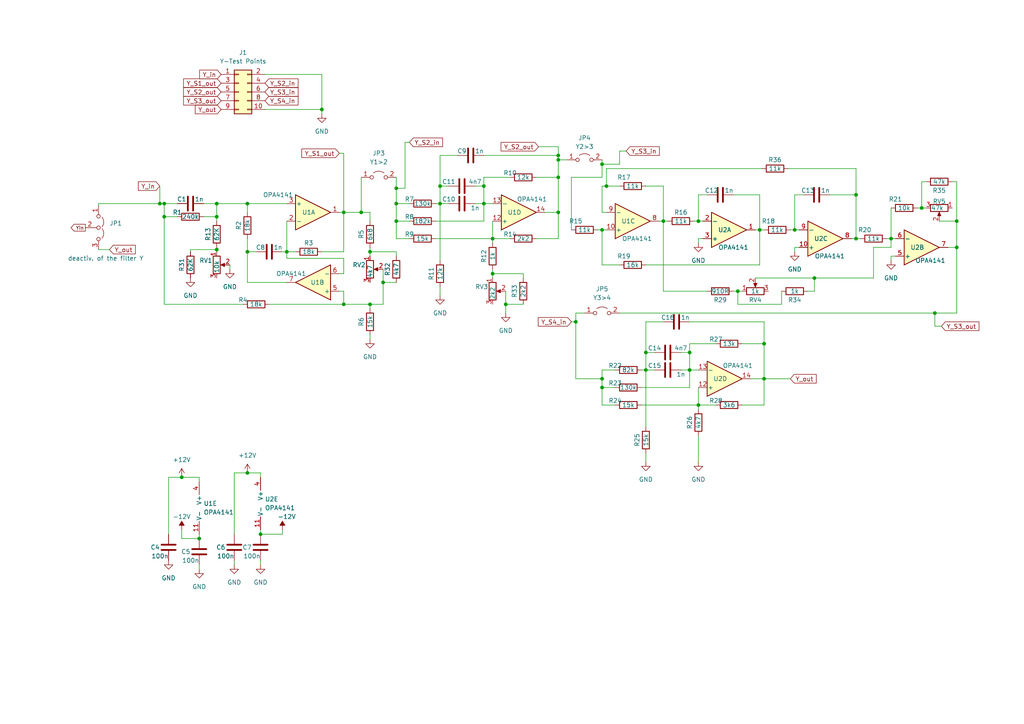
<source format=kicad_sch>
(kicad_sch (version 20230121) (generator eeschema)
  (paper "A4")
  (title_block (title "Y-Achse") (date "2023-09-07") (company "Universität zu Köln") (comment 1 "M.Ghanbari"))
  (lib_symbols
    (symbol "Amplifier_Operational:OPA4134" (pin_names (offset 0.127))
      (property "Reference" "U" (at 0 5.08 0))
      (property "Value" "OPA4134" (at 0 -5.08 0))
      (symbol "OPA4134_1_1"
        (pin output line (at 7.62 0 180) (length 2.54) (name "~") (number "1"))
        (pin input line (at -7.62 -2.54 0) (length 2.54) (name "-") (number "2"))
        (pin input line (at -7.62 2.54 0) (length 2.54) (name "+") (number "3"))
      )
      (symbol "OPA4134_2_1"
        (pin input line (at -7.62 2.54 0) (length 2.54) (name "+") (number "5"))
        (pin input line (at -7.62 -2.54 0) (length 2.54) (name "-") (number "6"))
        (pin output line (at 7.62 0 180) (length 2.54) (name "~") (number "7"))
      )
      (symbol "OPA4134_3_1"
        (pin input line (at -7.62 2.54 0) (length 2.54) (name "+") (number "10"))
        (pin output line (at 7.62 0 180) (length 2.54) (name "~") (number "8"))
        (pin input line (at -7.62 -2.54 0) (length 2.54) (name "-") (number "9"))
      )
      (symbol "OPA4134_4_1"
        (pin input line (at -7.62 2.54 0) (length 2.54) (name "+") (number "12"))
        (pin input line (at -7.62 -2.54 0) (length 2.54) (name "-") (number "13"))
        (pin output line (at 7.62 0 180) (length 2.54) (name "~") (number "14"))
      )
      (symbol "OPA4134_5_1"
        (pin power_in line (at -2.54 -7.62 90) (length 3.81) (name "V-") (number "11"))
        (pin power_in line (at -2.54 7.62 270) (length 3.81) (name "V+") (number "4"))
      )
    )
    (symbol "Connector_Generic:Conn_02x05_Odd_Even" (pin_names (offset 1.016) hide)
      (property "Reference" "J" (at 1.27 7.62 0))
      (property "Value" "Conn_02x05_Odd_Even" (at 1.27 -7.62 0))
      (symbol "Conn_02x05_Odd_Even_1_1"
        (pin passive line (at -5.08 5.08 0) (length 3.81) (name "Pin_1") (number "1"))
        (pin passive line (at 7.62 -5.08 180) (length 3.81) (name "Pin_10") (number "10"))
        (pin passive line (at 7.62 5.08 180) (length 3.81) (name "Pin_2") (number "2"))
        (pin passive line (at -5.08 2.54 0) (length 3.81) (name "Pin_3") (number "3"))
        (pin passive line (at 7.62 2.54 180) (length 3.81) (name "Pin_4") (number "4"))
        (pin passive line (at -5.08 0 0) (length 3.81) (name "Pin_5") (number "5"))
        (pin passive line (at 7.62 0 180) (length 3.81) (name "Pin_6") (number "6"))
        (pin passive line (at -5.08 -2.54 0) (length 3.81) (name "Pin_7") (number "7"))
        (pin passive line (at 7.62 -2.54 180) (length 3.81) (name "Pin_8") (number "8"))
        (pin passive line (at -5.08 -5.08 0) (length 3.81) (name "Pin_9") (number "9"))
      )
    )
    (symbol "Device:C" (pin_numbers hide) (pin_names (offset 0.254))
      (property "Reference" "C" (at 0.635 2.54 0))
      (property "Value" "C" (at 0.635 -2.54 0))
      (symbol "C_1_1"
        (pin passive line (at 0 3.81 270) (length 2.794) (name "~") (number "1"))
        (pin passive line (at 0 -3.81 90) (length 2.794) (name "~") (number "2"))
      )
    )
    (symbol "Device:R" (pin_numbers hide) (pin_names (offset 0))
      (property "Reference" "R" (at 2.032 0 90))
      (property "Value" "R" (at 0 0 90))
      (symbol "R_1_1"
        (pin passive line (at 0 3.81 270) (length 1.27) (name "~") (number "1"))
        (pin passive line (at 0 -3.81 90) (length 1.27) (name "~") (number "2"))
      )
    )
    (symbol "Device:R_Potentiometer" (pin_names (offset 1.016) hide)
      (property "Reference" "RV" (at -4.445 0 90))
      (property "Value" "R_Potentiometer" (at -2.54 0 90))
      (symbol "R_Potentiometer_1_1"
        (pin passive line (at 0 3.81 270) (length 1.27) (name "1") (number "1"))
        (pin passive line (at 3.81 0 180) (length 1.27) (name "2") (number "2"))
        (pin passive line (at 0 -3.81 90) (length 1.27) (name "3") (number "3"))
      )
    )
    (symbol "Jumper:Jumper_2_Open" (pin_names (offset 0) hide)
      (property "Reference" "JP" (at 0 2.794 0))
      (property "Value" "Jumper_2_Open" (at 0 -2.286 0))
      (symbol "Jumper_2_Open_1_1"
        (pin passive line (at -5.08 0 0) (length 2.54) (name "A") (number "1"))
        (pin passive line (at 5.08 0 180) (length 2.54) (name "B") (number "2"))
      )
    )
    (symbol "Jumper:Jumper_3_Open" (pin_names (offset 0) hide)
      (property "Reference" "JP" (at -2.54 -2.54 0))
      (property "Value" "Jumper_3_Open" (at 0 2.794 0))
      (symbol "Jumper_3_Open_1_1"
        (pin passive line (at -6.35 0 0) (length 2.54) (name "A") (number "1"))
        (pin passive line (at 0 -3.81 90) (length 2.54) (name "C") (number "2"))
        (pin passive line (at 6.35 0 180) (length 2.54) (name "B") (number "3"))
      )
    )
    (symbol "power:+12V" (power) (pin_names (offset 0))
      (property "Value" "+12V" (at 0 3.556 0))
      (symbol "+12V_1_1"
        (pin power_in line (at 0 0 90) (length 0) hide (name "+12V") (number "1"))
      )
    )
    (symbol "power:-12V" (power) (pin_names (offset 0))
      (property "Value" "-12V" (at 0 3.81 0))
      (symbol "-12V_0_0"
        (pin power_in line (at 0 0 90) (length 0) hide (name "-12V") (number "1"))
      )
    )
    (symbol "power:GND" (power) (pin_names (offset 0))
      (property "Value" "GND" (at 0 -3.81 0))
      (symbol "GND_1_1"
        (pin power_in line (at 0 0 270) (length 0) hide (name "GND") (number "1"))
      )
    )
  )
  (junction (at 47.625 62.865))
  (junction (at 175.895 53.975))
  (junction (at 202.565 117.475))
  (junction (at 93.345 31.75))
  (junction (at 220.345 66.675))
  (junction (at 174.625 47.625))
  (junction (at 104.775 61.595))
  (junction (at 146.685 88.265))
  (junction (at 71.755 73.025))
  (junction (at 167.005 93.345))
  (junction (at 114.935 64.135))
  (junction (at 75.565 154.94))
  (junction (at 140.335 59.055))
  (junction (at 161.925 61.595))
  (junction (at 142.875 79.375))
  (junction (at 200.025 102.235))
  (junction (at 277.495 71.755))
  (junction (at 267.335 60.325))
  (junction (at 62.865 62.865))
  (junction (at 127.635 59.055))
  (junction (at 187.325 102.235))
  (junction (at 187.325 107.315))
  (junction (at 111.125 81.915))
  (junction (at 174.625 66.675))
  (junction (at 57.785 156.21))
  (junction (at 46.355 59.055))
  (junction (at 71.755 137.16))
  (junction (at 52.705 138.43))
  (junction (at 62.865 72.39))
  (junction (at 248.285 69.215))
  (junction (at 47.625 59.055))
  (junction (at 200.025 107.315))
  (junction (at 213.995 84.455))
  (junction (at 161.925 46.355))
  (junction (at 248.285 56.515))
  (junction (at 258.445 69.215))
  (junction (at 114.935 54.61))
  (junction (at 142.875 69.215))
  (junction (at 230.505 66.675))
  (junction (at 161.925 45.085))
  (junction (at 99.695 61.595))
  (junction (at 62.865 59.055))
  (junction (at 99.695 88.265))
  (junction (at 221.615 109.855))
  (junction (at 174.625 109.855))
  (junction (at 221.615 99.695))
  (junction (at 83.185 73.025))
  (junction (at 202.565 64.135))
  (junction (at 277.495 64.135))
  (junction (at 192.405 64.135))
  (junction (at 127.635 53.975))
  (junction (at 107.315 73.025))
  (junction (at 140.335 53.975))
  (junction (at 114.935 59.055))
  (junction (at 236.22 80.645))
  (junction (at 107.315 88.265))
  (junction (at 271.145 90.805))
  (junction (at 71.755 59.055))
  (junction (at 174.625 112.395))
  (junction (at 161.925 51.435))
  (wire (pts (xy 55.245 73.025) (xy 55.245 72.39)))
  (wire (pts (xy 202.565 117.475) (xy 202.565 112.395)))
  (wire (pts (xy 220.345 76.835) (xy 220.345 66.675)))
  (wire (pts (xy 28.575 59.055) (xy 46.355 59.055)))
  (wire (pts (xy 202.565 117.475) (xy 202.565 118.745)))
  (wire (pts (xy 248.285 48.895) (xy 248.285 56.515)))
  (wire (pts (xy 273.05 94.615) (xy 271.145 94.615)))
  (wire (pts (xy 57.785 165.1) (xy 57.785 163.83)))
  (wire (pts (xy 107.315 88.265) (xy 107.315 89.535)))
  (wire (pts (xy 99.695 88.265) (xy 99.695 84.455)))
  (wire (pts (xy 161.925 45.085) (xy 161.925 46.355)))
  (wire (pts (xy 67.945 163.83) (xy 67.945 162.56)))
  (wire (pts (xy 47.625 88.265) (xy 47.625 62.865)))
  (wire (pts (xy 83.185 81.915) (xy 71.755 81.915)))
  (wire (pts (xy 230.505 66.675) (xy 231.775 66.675)))
  (wire (pts (xy 114.935 51.435) (xy 114.935 54.61)))
  (wire (pts (xy 114.935 54.61) (xy 114.935 59.055)))
  (wire (pts (xy 52.705 138.43) (xy 57.785 138.43)))
  (wire (pts (xy 142.875 69.215) (xy 142.875 64.135)))
  (wire (pts (xy 98.425 79.375) (xy 99.695 79.375)))
  (wire (pts (xy 175.895 48.895) (xy 175.895 53.975)))
  (wire (pts (xy 165.735 93.345) (xy 167.005 93.345)))
  (wire (pts (xy 258.445 69.215) (xy 259.715 69.215)))
  (wire (pts (xy 132.715 45.085) (xy 127.635 45.085)))
  (wire (pts (xy 99.695 44.45) (xy 99.695 61.595)))
  (wire (pts (xy 219.075 66.675) (xy 220.345 66.675)))
  (wire (pts (xy 186.055 117.475) (xy 202.565 117.475)))
  (wire (pts (xy 118.745 41.275) (xy 117.475 41.275)))
  (wire (pts (xy 200.025 99.695) (xy 200.025 102.235)))
  (wire (pts (xy 137.795 59.055) (xy 140.335 59.055)))
  (wire (pts (xy 181.61 43.815) (xy 179.705 43.815)))
  (wire (pts (xy 28.575 59.69) (xy 28.575 59.055)))
  (wire (pts (xy 174.625 117.475) (xy 174.625 112.395)))
  (wire (pts (xy 240.665 56.515) (xy 248.285 56.515)))
  (wire (pts (xy 207.645 99.695) (xy 200.025 99.695)))
  (wire (pts (xy 151.765 80.645) (xy 151.765 79.375)))
  (wire (pts (xy 174.625 61.595) (xy 175.895 61.595)))
  (wire (pts (xy 126.365 69.215) (xy 142.875 69.215)))
  (wire (pts (xy 165.735 51.435) (xy 165.735 66.675)))
  (wire (pts (xy 93.345 31.75) (xy 93.345 33.02)))
  (wire (pts (xy 212.725 84.455) (xy 213.995 84.455)))
  (wire (pts (xy 52.705 153.67) (xy 52.705 156.21)))
  (wire (pts (xy 205.105 56.515) (xy 202.565 56.515)))
  (wire (pts (xy 230.505 56.515) (xy 230.505 66.675)))
  (wire (pts (xy 155.575 51.435) (xy 161.925 51.435)))
  (wire (pts (xy 142.875 69.215) (xy 142.875 70.485)))
  (wire (pts (xy 228.6 48.895) (xy 248.285 48.895)))
  (wire (pts (xy 57.785 154.94) (xy 57.785 156.21)))
  (wire (pts (xy 221.615 99.695) (xy 221.615 109.855)))
  (wire (pts (xy 75.565 137.16) (xy 75.565 138.43)))
  (wire (pts (xy 271.145 90.805) (xy 277.495 90.805)))
  (wire (pts (xy 93.345 21.59) (xy 93.345 31.75)))
  (wire (pts (xy 146.685 88.265) (xy 151.765 88.265)))
  (wire (pts (xy 48.895 138.43) (xy 48.895 154.94)))
  (wire (pts (xy 202.565 69.215) (xy 203.835 69.215)))
  (wire (pts (xy 52.705 156.21) (xy 57.785 156.21)))
  (wire (pts (xy 59.055 62.865) (xy 62.865 62.865)))
  (wire (pts (xy 127.635 45.085) (xy 127.635 53.975)))
  (wire (pts (xy 268.605 52.705) (xy 267.335 52.705)))
  (wire (pts (xy 98.425 61.595) (xy 99.695 61.595)))
  (wire (pts (xy 111.125 81.915) (xy 114.935 81.915)))
  (wire (pts (xy 266.065 60.325) (xy 267.335 60.325)))
  (wire (pts (xy 187.325 93.345) (xy 187.325 102.235)))
  (wire (pts (xy 226.695 88.265) (xy 213.995 88.265)))
  (wire (pts (xy 75.565 163.83) (xy 75.565 162.56)))
  (wire (pts (xy 62.865 62.865) (xy 62.865 64.135)))
  (wire (pts (xy 137.795 53.975) (xy 140.335 53.975)))
  (wire (pts (xy 47.625 62.865) (xy 47.625 59.055)))
  (wire (pts (xy 161.925 46.355) (xy 161.925 51.435)))
  (wire (pts (xy 99.695 74.93) (xy 83.185 74.93)))
  (wire (pts (xy 167.005 93.345) (xy 167.005 109.855)))
  (wire (pts (xy 98.425 44.45) (xy 99.695 44.45)))
  (wire (pts (xy 76.835 21.59) (xy 93.345 21.59)))
  (wire (pts (xy 221.615 109.855) (xy 229.235 109.855)))
  (wire (pts (xy 187.325 102.235) (xy 187.325 107.315)))
  (wire (pts (xy 114.935 69.215) (xy 114.935 64.135)))
  (wire (pts (xy 127.635 83.185) (xy 127.635 85.725)))
  (wire (pts (xy 201.295 64.135) (xy 202.565 64.135)))
  (wire (pts (xy 174.625 112.395) (xy 178.435 112.395)))
  (wire (pts (xy 179.705 76.835) (xy 174.625 76.835)))
  (wire (pts (xy 71.755 59.055) (xy 71.755 61.595)))
  (wire (pts (xy 248.285 69.215) (xy 249.555 69.215)))
  (wire (pts (xy 151.765 79.375) (xy 142.875 79.375)))
  (wire (pts (xy 127.635 53.975) (xy 127.635 59.055)))
  (wire (pts (xy 62.865 62.865) (xy 62.865 59.055)))
  (wire (pts (xy 71.755 81.915) (xy 71.755 73.025)))
  (wire (pts (xy 277.495 52.705) (xy 277.495 64.135)))
  (wire (pts (xy 117.475 41.275) (xy 117.475 54.61)))
  (wire (pts (xy 127.635 53.975) (xy 130.175 53.975)))
  (wire (pts (xy 175.895 53.975) (xy 174.625 53.975)))
  (wire (pts (xy 277.495 64.135) (xy 277.495 71.755)))
  (wire (pts (xy 187.325 53.975) (xy 192.405 53.975)))
  (wire (pts (xy 126.365 59.055) (xy 127.635 59.055)))
  (wire (pts (xy 83.185 64.135) (xy 83.185 73.025)))
  (wire (pts (xy 226.695 84.455) (xy 226.695 88.265)))
  (wire (pts (xy 66.675 76.835) (xy 66.675 78.105)))
  (wire (pts (xy 99.695 61.595) (xy 99.695 73.025)))
  (wire (pts (xy 174.625 109.855) (xy 167.005 109.855)))
  (wire (pts (xy 167.005 90.805) (xy 167.005 93.345)))
  (wire (pts (xy 213.995 84.455) (xy 215.265 84.455)))
  (wire (pts (xy 187.325 76.835) (xy 220.345 76.835)))
  (wire (pts (xy 147.955 51.435) (xy 140.335 51.435)))
  (wire (pts (xy 98.425 84.455) (xy 99.695 84.455)))
  (wire (pts (xy 161.925 61.595) (xy 158.115 61.595)))
  (wire (pts (xy 277.495 71.755) (xy 274.955 71.755)))
  (wire (pts (xy 161.925 42.545) (xy 161.925 45.085)))
  (wire (pts (xy 215.265 99.695) (xy 221.615 99.695)))
  (wire (pts (xy 76.835 31.75) (xy 93.345 31.75)))
  (wire (pts (xy 248.285 69.215) (xy 247.015 69.215)))
  (wire (pts (xy 257.175 69.215) (xy 258.445 69.215)))
  (wire (pts (xy 236.22 84.455) (xy 236.22 80.645)))
  (wire (pts (xy 75.565 153.67) (xy 75.565 154.94)))
  (wire (pts (xy 202.565 64.135) (xy 203.835 64.135)))
  (wire (pts (xy 174.625 51.435) (xy 165.735 51.435)))
  (wire (pts (xy 174.625 46.355) (xy 174.625 47.625)))
  (wire (pts (xy 140.335 45.085) (xy 161.925 45.085)))
  (wire (pts (xy 48.895 138.43) (xy 52.705 138.43)))
  (wire (pts (xy 221.615 93.345) (xy 221.615 99.695)))
  (wire (pts (xy 192.405 64.135) (xy 193.675 64.135)))
  (wire (pts (xy 277.495 71.755) (xy 277.495 90.805)))
  (wire (pts (xy 167.005 90.805) (xy 169.545 90.805)))
  (wire (pts (xy 178.435 117.475) (xy 174.625 117.475)))
  (wire (pts (xy 187.325 107.315) (xy 187.325 123.825)))
  (wire (pts (xy 220.345 56.515) (xy 220.345 66.675)))
  (wire (pts (xy 104.775 61.595) (xy 107.315 61.595)))
  (wire (pts (xy 174.625 47.625) (xy 174.625 51.435)))
  (wire (pts (xy 127.635 59.055) (xy 130.175 59.055)))
  (wire (pts (xy 267.335 60.325) (xy 268.605 60.325)))
  (wire (pts (xy 192.405 93.345) (xy 187.325 93.345)))
  (wire (pts (xy 140.335 64.135) (xy 140.335 59.055)))
  (wire (pts (xy 114.935 74.295) (xy 114.935 73.025)))
  (wire (pts (xy 74.295 73.025) (xy 71.755 73.025)))
  (wire (pts (xy 186.055 107.315) (xy 187.325 107.315)))
  (wire (pts (xy 272.415 64.135) (xy 277.495 64.135)))
  (wire (pts (xy 155.575 69.215) (xy 161.925 69.215)))
  (wire (pts (xy 178.435 107.315) (xy 174.625 107.315)))
  (wire (pts (xy 187.325 102.235) (xy 189.865 102.235)))
  (wire (pts (xy 173.355 66.675) (xy 174.625 66.675)))
  (wire (pts (xy 161.925 69.215) (xy 161.925 61.595)))
  (wire (pts (xy 111.125 88.265) (xy 107.315 88.265)))
  (wire (pts (xy 191.135 64.135) (xy 192.405 64.135)))
  (wire (pts (xy 205.105 84.455) (xy 192.405 84.455)))
  (wire (pts (xy 62.865 72.39) (xy 62.865 73.025)))
  (wire (pts (xy 142.875 69.215) (xy 147.955 69.215)))
  (wire (pts (xy 215.265 117.475) (xy 221.615 117.475)))
  (wire (pts (xy 117.475 54.61) (xy 114.935 54.61)))
  (wire (pts (xy 161.925 51.435) (xy 161.925 61.595)))
  (wire (pts (xy 107.315 97.155) (xy 107.315 98.425)))
  (wire (pts (xy 47.625 59.055) (xy 51.435 59.055)))
  (wire (pts (xy 174.625 66.675) (xy 175.895 66.675)))
  (wire (pts (xy 67.945 137.16) (xy 67.945 154.94)))
  (wire (pts (xy 186.055 112.395) (xy 200.025 112.395)))
  (wire (pts (xy 46.355 59.055) (xy 47.625 59.055)))
  (wire (pts (xy 71.755 59.055) (xy 83.185 59.055)))
  (wire (pts (xy 81.915 154.94) (xy 75.565 154.94)))
  (wire (pts (xy 51.435 62.865) (xy 47.625 62.865)))
  (wire (pts (xy 78.105 88.265) (xy 99.695 88.265)))
  (wire (pts (xy 114.935 64.135) (xy 118.745 64.135)))
  (wire (pts (xy 174.625 107.315) (xy 174.625 109.855)))
  (wire (pts (xy 271.145 94.615) (xy 271.145 90.805)))
  (wire (pts (xy 142.875 78.105) (xy 142.875 79.375)))
  (wire (pts (xy 83.185 73.025) (xy 81.915 73.025)))
  (wire (pts (xy 202.565 70.485) (xy 202.565 69.215)))
  (wire (pts (xy 200.025 112.395) (xy 200.025 107.315)))
  (wire (pts (xy 197.485 107.315) (xy 200.025 107.315)))
  (wire (pts (xy 230.505 73.025) (xy 230.505 71.755)))
  (wire (pts (xy 62.865 59.055) (xy 71.755 59.055)))
  (wire (pts (xy 258.445 60.325) (xy 258.445 69.215)))
  (wire (pts (xy 126.365 64.135) (xy 140.335 64.135)))
  (wire (pts (xy 187.325 131.445) (xy 187.325 133.985)))
  (wire (pts (xy 229.235 66.675) (xy 230.505 66.675)))
  (wire (pts (xy 258.445 75.565) (xy 258.445 74.295)))
  (wire (pts (xy 71.755 137.16) (xy 67.945 137.16)))
  (wire (pts (xy 220.345 66.675) (xy 221.615 66.675)))
  (wire (pts (xy 212.725 56.515) (xy 220.345 56.515)))
  (wire (pts (xy 192.405 53.975) (xy 192.405 64.135)))
  (wire (pts (xy 230.505 71.755) (xy 231.775 71.755)))
  (wire (pts (xy 140.335 53.975) (xy 140.335 59.055)))
  (wire (pts (xy 197.485 102.235) (xy 200.025 102.235)))
  (wire (pts (xy 202.565 126.365) (xy 202.565 133.985)))
  (wire (pts (xy 55.245 72.39) (xy 62.865 72.39)))
  (wire (pts (xy 140.335 59.055) (xy 142.875 59.055)))
  (wire (pts (xy 99.695 61.595) (xy 104.775 61.595)))
  (wire (pts (xy 187.325 107.315) (xy 189.865 107.315)))
  (wire (pts (xy 179.705 43.815) (xy 179.705 47.625)))
  (wire (pts (xy 118.745 69.215) (xy 114.935 69.215)))
  (wire (pts (xy 114.935 59.055) (xy 118.745 59.055)))
  (wire (pts (xy 107.315 88.265) (xy 99.695 88.265)))
  (wire (pts (xy 200.025 93.345) (xy 221.615 93.345)))
  (wire (pts (xy 192.405 84.455) (xy 192.405 64.135)))
  (wire (pts (xy 234.315 84.455) (xy 236.22 84.455)))
  (wire (pts (xy 253.365 71.755) (xy 258.445 71.755)))
  (wire (pts (xy 233.045 56.515) (xy 230.505 56.515)))
  (wire (pts (xy 107.315 64.135) (xy 107.315 61.595)))
  (wire (pts (xy 156.21 42.545) (xy 161.925 42.545)))
  (wire (pts (xy 146.685 88.265) (xy 146.685 90.805)))
  (wire (pts (xy 258.445 74.295) (xy 259.715 74.295)))
  (wire (pts (xy 81.915 153.67) (xy 81.915 154.94)))
  (wire (pts (xy 114.935 59.055) (xy 114.935 64.135)))
  (wire (pts (xy 62.865 71.755) (xy 62.865 72.39)))
  (wire (pts (xy 258.445 71.755) (xy 258.445 69.215)))
  (wire (pts (xy 142.875 79.375) (xy 142.875 80.645)))
  (wire (pts (xy 127.635 59.055) (xy 127.635 75.565)))
  (wire (pts (xy 104.775 51.435) (xy 104.775 61.595)))
  (wire (pts (xy 236.22 80.645) (xy 253.365 80.645)))
  (wire (pts (xy 57.785 138.43) (xy 57.785 139.7)))
  (wire (pts (xy 161.925 46.355) (xy 164.465 46.355)))
  (wire (pts (xy 111.125 78.105) (xy 111.125 81.915)))
  (wire (pts (xy 28.575 72.39) (xy 31.75 72.39)))
  (wire (pts (xy 59.055 59.055) (xy 62.865 59.055)))
  (wire (pts (xy 179.705 53.975) (xy 175.895 53.975)))
  (wire (pts (xy 175.895 48.895) (xy 220.98 48.895)))
  (wire (pts (xy 107.315 73.025) (xy 114.935 73.025)))
  (wire (pts (xy 213.995 88.265) (xy 213.995 84.455)))
  (wire (pts (xy 70.485 88.265) (xy 47.625 88.265)))
  (wire (pts (xy 71.755 73.025) (xy 71.755 69.215)))
  (wire (pts (xy 179.705 90.805) (xy 271.145 90.805)))
  (wire (pts (xy 99.695 79.375) (xy 99.695 74.93)))
  (wire (pts (xy 179.705 47.625) (xy 174.625 47.625)))
  (wire (pts (xy 146.685 84.455) (xy 146.685 88.265)))
  (wire (pts (xy 221.615 109.855) (xy 217.805 109.855)))
  (wire (pts (xy 221.615 117.475) (xy 221.615 109.855)))
  (wire (pts (xy 253.365 80.645) (xy 253.365 71.755)))
  (wire (pts (xy 248.285 56.515) (xy 248.285 69.215)))
  (wire (pts (xy 75.565 137.16) (xy 71.755 137.16)))
  (wire (pts (xy 46.355 53.975) (xy 46.355 59.055)))
  (wire (pts (xy 174.625 76.835) (xy 174.625 66.675)))
  (wire (pts (xy 267.335 52.705) (xy 267.335 60.325)))
  (wire (pts (xy 200.025 102.235) (xy 200.025 107.315)))
  (wire (pts (xy 174.625 53.975) (xy 174.625 61.595)))
  (wire (pts (xy 83.185 74.93) (xy 83.185 73.025)))
  (wire (pts (xy 276.225 52.705) (xy 277.495 52.705)))
  (wire (pts (xy 111.125 81.915) (xy 111.125 88.265)))
  (wire (pts (xy 202.565 117.475) (xy 207.645 117.475)))
  (wire (pts (xy 107.315 73.025) (xy 107.315 74.295)))
  (wire (pts (xy 174.625 112.395) (xy 174.625 109.855)))
  (wire (pts (xy 219.075 80.645) (xy 236.22 80.645)))
  (wire (pts (xy 140.335 51.435) (xy 140.335 53.975)))
  (wire (pts (xy 93.345 73.025) (xy 99.695 73.025)))
  (wire (pts (xy 107.315 71.755) (xy 107.315 73.025)))
  (wire (pts (xy 202.565 56.515) (xy 202.565 64.135)))
  (wire (pts (xy 83.185 73.025) (xy 85.725 73.025)))
  (wire (pts (xy 200.025 107.315) (xy 202.565 107.315)))
  (global_label "Y_S3_in" (shape input) (at 181.61 43.815 0) (property "Intersheetrefs" "${INTERSHEET_REFS}" (effects hide)))
  (global_label "Y_in" (shape input) (at 46.355 53.975 180) (property "Intersheetrefs" "${INTERSHEET_REFS}" (effects hide)))
  (global_label "Y_out" (shape input) (at 31.75 72.39 0) (property "Intersheetrefs" "${INTERSHEET_REFS}" (effects hide)))
  (global_label "Y_S3_out" (shape input) (at 273.05 94.615 0) (property "Intersheetrefs" "${INTERSHEET_REFS}" (effects hide)))
  (global_label "Y_S4_in" (shape input) (at 76.835 29.21 0) (property "Intersheetrefs" "${INTERSHEET_REFS}" (effects hide)))
  (global_label "Y_S3_out" (shape input) (at 64.135 29.21 180) (property "Intersheetrefs" "${INTERSHEET_REFS}" (effects hide)))
  (global_label "Y_out" (shape input) (at 229.235 109.855 0) (property "Intersheetrefs" "${INTERSHEET_REFS}" (effects hide)))
  (global_label "Y_S1_out" (shape input) (at 64.135 24.13 180) (property "Intersheetrefs" "${INTERSHEET_REFS}" (effects hide)))
  (global_label "Y_S2_out" (shape input) (at 156.21 42.545 180) (property "Intersheetrefs" "${INTERSHEET_REFS}" (effects hide)))
  (global_label "Y_S3_in" (shape input) (at 76.835 26.67 0) (property "Intersheetrefs" "${INTERSHEET_REFS}" (effects hide)))
  (global_label "Y_S2_out" (shape input) (at 64.135 26.67 180) (property "Intersheetrefs" "${INTERSHEET_REFS}" (effects hide)))
  (global_label "Y_S2_in" (shape input) (at 118.745 41.275 0) (property "Intersheetrefs" "${INTERSHEET_REFS}" (effects hide)))
  (global_label "Y_in" (shape input) (at 64.135 21.59 180) (property "Intersheetrefs" "${INTERSHEET_REFS}" (effects hide)))
  (global_label "Y_S1_out" (shape input) (at 98.425 44.45 180) (property "Intersheetrefs" "${INTERSHEET_REFS}" (effects hide)))
  (global_label "Y_S2_in" (shape input) (at 76.835 24.13 0) (property "Intersheetrefs" "${INTERSHEET_REFS}" (effects hide)))
  (global_label "Y_S4_in" (shape input) (at 165.735 93.345 180) (property "Intersheetrefs" "${INTERSHEET_REFS}" (effects hide)))
  (global_label "Yin" (shape output) (at 24.765 66.04 180) (effects (font (size 1 1))) (property "Intersheetrefs" "${INTERSHEET_REFS}" (effects hide)))
  (global_label "Y_out" (shape input) (at 64.135 31.75 180) (property "Intersheetrefs" "${INTERSHEET_REFS}" (effects hide)))
  (symbol (lib_id "power:GND") (at 66.675 78.105 0) (unit 1)
    (property "Reference" "#PWR018" (effects hide))
    (property "Value" "GND" (at 66.675 83.185 0))
    (instances (project "MEMS Filter" (path "" (reference "#PWR018") (unit 1)) (path "" (reference "#PWR044") (unit 1))))
  )
  (symbol (lib_id "Device:R_Potentiometer") (at 62.865 76.835 0) (unit 1)
    (property "Reference" "RV1" (at 61.595 75.565 0) (effects (justify right)))
    (property "Value" "10k" (at 62.865 75.565 90) (effects (justify right)))
    (property "Footprint" "Potentiometer_THT:Potentiometer_Bourns_3296Y_Vertical" (effects hide))
    (instances (project "MEMS Filter" (path "" (reference "RV1") (unit 1)) (path "" (reference "RV6") (unit 1))))
  )
  (symbol (lib_id "Jumper:Jumper_3_Open") (at 28.575 66.04 270) (unit 1)
    (property "Reference" "JP1" (at 31.75 64.77 90) (effects (justify left)))
    (property "Value" "deactiv. of the filter Y" (at 19.685 74.93 90) (effects (justify left)))
    (property "Footprint" "Jumper:SolderJumper-3_P1.3mm_Open_Pad1.0x1.5mm" (effects hide))
    (instances (project "MEMS Filter" (path "" (reference "JP1") (unit 1)) (path "" (reference "JP2") (unit 1))))
  )
  (symbol (lib_id "Device:R_Potentiometer") (at 219.075 84.455 90) (unit 1)
    (property "Reference" "RV4" (at 217.17 86.995 90) (effects (justify right)))
    (property "Value" "1k" (at 217.805 84.455 90) (effects (justify right)))
    (property "Footprint" "Potentiometer_THT:Potentiometer_Bourns_3296Y_Vertical" (effects hide))
    (instances (project "MEMS Filter" (path "" (reference "RV4") (unit 1)) (path "" (reference "RV9") (unit 1))))
  )
  (symbol (lib_id "Device:R") (at 114.935 78.105 180) (unit 1)
    (property "Reference" "R32" (at 112.395 78.105 90))
    (property "Value" "4k7" (at 114.935 78.105 90))
    (property "Footprint" "Resistor_SMD:R_0805_2012Metric_Pad1.20x1.40mm_HandSolder" (effects hide))
    (instances (project "MEMS Filter" (path "" (reference "R32") (unit 1)) (path "" (reference "R45") (unit 1))))
  )
  (symbol (lib_id "Device:C") (at 78.105 73.025 90) (unit 1)
    (property "Reference" "C8" (at 75.565 71.755 90))
    (property "Value" "1n" (at 80.645 71.755 90))
    (property "Footprint" "Capacitor_SMD:C_0603_1608Metric_Pad1.08x0.95mm_HandSolder" (effects hide))
    (instances (project "MEMS Filter" (path "" (reference "C8") (unit 1)) (path "" (reference "C19") (unit 1))))
  )
  (symbol (lib_id "Device:R") (at 262.255 60.325 90) (unit 1)
    (property "Reference" "R21" (at 259.715 57.785 90))
    (property "Value" "10k" (at 262.255 60.325 90))
    (property "Footprint" "Resistor_SMD:R_0805_2012Metric_Pad1.20x1.40mm_HandSolder" (effects hide))
    (instances (project "MEMS Filter" (path "" (reference "R21") (unit 1)) (path "" (reference "R70") (unit 1))))
  )
  (symbol (lib_id "Device:R") (at 211.455 117.475 90) (unit 1)
    (property "Reference" "R28" (at 207.645 116.205 90))
    (property "Value" "3k6" (at 211.455 117.475 90))
    (property "Footprint" "Resistor_SMD:R_0805_2012Metric_Pad1.20x1.40mm_HandSolder" (effects hide))
    (instances (project "MEMS Filter" (path "" (reference "R28") (unit 1)) (path "" (reference "R65") (unit 1))))
  )
  (symbol (lib_id "Device:R") (at 183.515 53.975 90) (unit 1)
    (property "Reference" "R17" (at 180.975 51.435 90))
    (property "Value" "11k" (at 183.515 53.975 90))
    (property "Footprint" "Resistor_SMD:R_0805_2012Metric_Pad1.20x1.40mm_HandSolder" (effects hide))
    (instances (project "MEMS Filter" (path "" (reference "R17") (unit 1)) (path "" (reference "R58") (unit 1))))
  )
  (symbol (lib_id "Amplifier_Operational:OPA4134") (at 60.325 147.32 0) (unit 5)
    (property "Reference" "U1" (at 59.055 146.05 0) (effects (justify left)))
    (property "Value" "OPA4141" (at 59.055 148.59 0) (effects (justify left)))
    (property "Footprint" "Package_SO:TSSOP-14_4.4x5mm_P0.65mm" (effects hide))
    (property "Datasheet" "http://www.ti.com/lit/ds/symlink/opa134.pdf" (effects hide))
    (instances (project "MEMS Filter" (path "" (reference "U1") (unit 5)) (path "" (reference "U3") (unit 5))))
  )
  (symbol (lib_id "Device:R") (at 208.915 84.455 270) (unit 1)
    (property "Reference" "R29" (at 208.915 86.995 90))
    (property "Value" "910R" (at 208.915 84.455 90))
    (property "Footprint" "Resistor_SMD:R_0805_2012Metric_Pad1.20x1.40mm_HandSolder" (effects hide))
    (instances (project "MEMS Filter" (path "" (reference "R29") (unit 1)) (path "" (reference "R63") (unit 1))))
  )
  (symbol (lib_id "Device:R_Potentiometer") (at 142.875 84.455 0) (unit 1)
    (property "Reference" "RV3" (at 141.605 83.185 0) (effects (justify right)))
    (property "Value" "2k2" (at 142.875 83.185 90) (effects (justify right)))
    (property "Footprint" "Potentiometer_THT:Potentiometer_Bourns_3296Y_Vertical" (effects hide))
    (instances (project "MEMS Filter" (path "" (reference "RV3") (unit 1)) (path "" (reference "RV8") (unit 1))))
  )
  (symbol (lib_id "Device:C") (at 136.525 45.085 90) (unit 1)
    (property "Reference" "C9" (at 133.985 43.815 90))
    (property "Value" "1n" (at 139.065 43.815 90))
    (property "Footprint" "Capacitor_SMD:C_0603_1608Metric_Pad1.08x0.95mm_HandSolder" (effects hide))
    (instances (project "MEMS Filter" (path "" (reference "C9") (unit 1)) (path "" (reference "C22") (unit 1))))
  )
  (symbol (lib_id "power:+12V") (at 52.705 138.43 0) (unit 1)
    (property "Reference" "#PWR029" (effects hide))
    (property "Value" "+12V" (at 52.705 133.35 0))
    (instances (project "MEMS Filter" (path "" (reference "#PWR029") (unit 1)) (path "" (reference "#PWR054") (unit 1))))
  )
  (symbol (lib_id "Device:C") (at 67.945 158.75 0) (mirror x) (unit 1)
    (property "Reference" "C6" (at 65.405 158.75 0) (effects (justify right)))
    (property "Value" "100n" (at 67.945 161.29 0) (effects (justify right)))
    (property "Footprint" "Capacitor_SMD:C_0805_2012Metric_Pad1.18x1.45mm_HandSolder" (effects hide))
    (instances (project "MEMS Filter" (path "" (reference "C6") (unit 1)) (path "" (reference "C30") (unit 1))))
  )
  (symbol (lib_id "power:GND") (at 127.635 85.725 0) (unit 1)
    (property "Reference" "#PWR020" (effects hide))
    (property "Value" "GND" (at 127.635 90.805 0))
    (instances (project "MEMS Filter" (path "" (reference "#PWR020") (unit 1)) (path "" (reference "#PWR046") (unit 1))))
  )
  (symbol (lib_id "Device:C") (at 236.855 56.515 90) (unit 1)
    (property "Reference" "C13" (at 234.315 55.245 90))
    (property "Value" "1n" (at 239.395 55.245 90))
    (property "Footprint" "Capacitor_SMD:C_0603_1608Metric_Pad1.08x0.95mm_HandSolder" (effects hide))
    (instances (project "MEMS Filter" (path "" (reference "C13") (unit 1)) (path "" (reference "C27") (unit 1))))
  )
  (symbol (lib_id "Device:R") (at 169.545 66.675 90) (unit 1)
    (property "Reference" "R15" (at 167.005 64.135 90))
    (property "Value" "11k" (at 169.545 66.675 90))
    (property "Footprint" "Resistor_SMD:R_0805_2012Metric_Pad1.20x1.40mm_HandSolder" (effects hide))
    (instances (project "MEMS Filter" (path "" (reference "R15") (unit 1)) (path "" (reference "R54") (unit 1))))
  )
  (symbol (lib_id "Amplifier_Operational:OPA4134") (at 239.395 69.215 0) (mirror x) (unit 3)
    (property "Reference" "U2" (at 238.125 69.215 0))
    (property "Value" "OPA4141" (at 240.665 74.295 0))
    (property "Footprint" "Package_SO:TSSOP-14_4.4x5mm_P0.65mm" (effects hide))
    (property "Datasheet" "http://www.ti.com/lit/ds/symlink/opa134.pdf" (effects hide))
    (instances (project "MEMS Filter" (path "" (reference "U2") (unit 3)) (path "" (reference "U4") (unit 3))))
  )
  (symbol (lib_id "Device:R") (at 183.515 76.835 90) (unit 1)
    (property "Reference" "R19" (at 180.975 74.295 90))
    (property "Value" "16k" (at 183.515 76.835 90))
    (property "Footprint" "Resistor_SMD:R_0805_2012Metric_Pad1.20x1.40mm_HandSolder" (effects hide))
    (instances (project "MEMS Filter" (path "" (reference "R19") (unit 1)) (path "" (reference "R59") (unit 1))))
  )
  (symbol (lib_id "Device:C") (at 133.985 59.055 90) (unit 1)
    (property "Reference" "C10" (at 130.175 57.785 90))
    (property "Value" "1n" (at 137.795 60.325 90))
    (property "Footprint" "Capacitor_SMD:C_0603_1608Metric_Pad1.08x0.95mm_HandSolder" (effects hide))
    (instances (project "MEMS Filter" (path "" (reference "C10") (unit 1)) (path "" (reference "C21") (unit 1))))
  )
  (symbol (lib_id "Device:C") (at 208.915 56.515 90) (unit 1)
    (property "Reference" "C12" (at 206.375 55.245 90))
    (property "Value" "1n" (at 211.455 55.245 90))
    (property "Footprint" "Capacitor_SMD:C_0603_1608Metric_Pad1.08x0.95mm_HandSolder" (effects hide))
    (instances (project "MEMS Filter" (path "" (reference "C12") (unit 1)) (path "" (reference "C26") (unit 1))))
  )
  (symbol (lib_id "power:GND") (at 202.565 70.485 0) (unit 1)
    (property "Reference" "#PWR022" (effects hide))
    (property "Value" "GND" (at 202.565 75.565 0))
    (instances (project "MEMS Filter" (path "" (reference "#PWR022") (unit 1)) (path "" (reference "#PWR049") (unit 1))))
  )
  (symbol (lib_id "Device:R") (at 74.295 88.265 90) (unit 1)
    (property "Reference" "R4" (at 70.485 86.995 90))
    (property "Value" "18k" (at 74.295 88.265 90))
    (property "Footprint" "Resistor_SMD:R_0805_2012Metric_Pad1.20x1.40mm_HandSolder" (effects hide))
    (instances (project "MEMS Filter" (path "" (reference "R4") (unit 1)) (path "" (reference "R41") (unit 1))))
  )
  (symbol (lib_id "power:GND") (at 55.245 80.645 0) (unit 1)
    (property "Reference" "#PWR033" (effects hide))
    (property "Value" "GND" (at 55.245 85.725 0))
    (instances (project "MEMS Filter" (path "" (reference "#PWR033") (unit 1)) (path "" (reference "#PWR043") (unit 1))))
  )
  (symbol (lib_id "Device:R") (at 151.765 51.435 90) (unit 1)
    (property "Reference" "R10" (at 147.955 50.165 90))
    (property "Value" "12k" (at 151.765 51.435 90))
    (property "Footprint" "Resistor_SMD:R_0805_2012Metric_Pad1.20x1.40mm_HandSolder" (effects hide))
    (instances (project "MEMS Filter" (path "" (reference "R10") (unit 1)) (path "" (reference "R51") (unit 1))))
  )
  (symbol (lib_id "Device:R") (at 89.535 73.025 90) (unit 1)
    (property "Reference" "R3" (at 89.535 70.485 90))
    (property "Value" "18k" (at 89.535 73.025 90))
    (property "Footprint" "Resistor_SMD:R_0805_2012Metric_Pad1.20x1.40mm_HandSolder" (effects hide))
    (instances (project "MEMS Filter" (path "" (reference "R3") (unit 1)) (path "" (reference "R42") (unit 1))))
  )
  (symbol (lib_id "power:-12V") (at 81.915 153.67 0) (unit 1)
    (property "Reference" "#PWR031" (effects hide))
    (property "Value" "-12V" (at 83.185 149.86 0))
    (instances (project "MEMS Filter" (path "" (reference "#PWR031") (unit 1)) (path "" (reference "#PWR060") (unit 1))))
  )
  (symbol (lib_id "Device:R") (at 71.755 65.405 180) (unit 1)
    (property "Reference" "R2" (at 69.215 65.405 90))
    (property "Value" "18k" (at 71.755 65.405 90))
    (property "Footprint" "Resistor_SMD:R_0805_2012Metric_Pad1.20x1.40mm_HandSolder" (effects hide))
    (instances (project "MEMS Filter" (path "" (reference "R2") (unit 1)) (path "" (reference "R40") (unit 1))))
  )
  (symbol (lib_id "power:GND") (at 48.895 162.56 0) (unit 1)
    (property "Reference" "#PWR014" (effects hide))
    (property "Value" "GND" (at 48.895 167.64 0))
    (instances (project "MEMS Filter" (path "" (reference "#PWR014") (unit 1)) (path "" (reference "#PWR053") (unit 1))))
  )
  (symbol (lib_id "Device:C") (at 193.675 102.235 90) (unit 1)
    (property "Reference" "C14" (at 189.865 100.965 90))
    (property "Value" "4n7" (at 197.485 100.965 90))
    (property "Footprint" "Capacitor_SMD:C_0603_1608Metric_Pad1.08x0.95mm_HandSolder" (effects hide))
    (instances (project "MEMS Filter" (path "" (reference "C14") (unit 1)) (path "" (reference "C23") (unit 1))))
  )
  (symbol (lib_id "Amplifier_Operational:OPA4134") (at 90.805 81.915 180) (unit 2)
    (property "Reference" "U1" (at 92.075 81.915 0))
    (property "Value" "OPA4141" (at 84.455 79.375 0))
    (property "Footprint" "Package_SO:TSSOP-14_4.4x5mm_P0.65mm" (effects hide))
    (property "Datasheet" "http://www.ti.com/lit/ds/symlink/opa134.pdf" (effects hide))
    (instances (project "MEMS Filter" (path "" (reference "U1") (unit 2)) (path "" (reference "U3") (unit 2))))
  )
  (symbol (lib_id "Amplifier_Operational:OPA4134") (at 210.185 109.855 0) (mirror x) (unit 4)
    (property "Reference" "U2" (at 208.915 109.855 0))
    (property "Value" "OPA4141" (at 213.995 106.045 0))
    (property "Footprint" "Package_SO:TSSOP-14_4.4x5mm_P0.65mm" (effects hide))
    (property "Datasheet" "http://www.ti.com/lit/ds/symlink/opa134.pdf" (effects hide))
    (instances (project "MEMS Filter" (path "" (reference "U2") (unit 4)) (path "" (reference "U4") (unit 4))))
  )
  (symbol (lib_id "Jumper:Jumper_2_Open") (at 109.855 51.435 0) (unit 1)
    (property "Reference" "JP3" (at 109.855 44.45 0))
    (property "Value" "Y1>2" (at 109.855 46.99 0))
    (property "Footprint" "Jumper:SolderJumper-2_P1.3mm_Open_RoundedPad1.0x1.5mm" (effects hide))
    (instances (project "MEMS Filter" (path "" (reference "JP3") (unit 1)) (path "" (reference "JP9") (unit 1))))
  )
  (symbol (lib_id "power:GND") (at 67.945 163.83 0) (unit 1)
    (property "Reference" "#PWR016" (effects hide))
    (property "Value" "GND" (at 67.945 168.91 0))
    (instances (project "MEMS Filter" (path "" (reference "#PWR016") (unit 1)) (path "" (reference "#PWR057") (unit 1))))
  )
  (symbol (lib_id "power:GND") (at 187.325 133.985 0) (unit 1)
    (property "Reference" "#PWR025" (effects hide))
    (property "Value" "GND" (at 187.325 139.065 0))
    (instances (project "MEMS Filter" (path "" (reference "#PWR025") (unit 1)) (path "" (reference "#PWR048") (unit 1))))
  )
  (symbol (lib_id "Device:R") (at 122.555 64.135 90) (unit 1)
    (property "Reference" "R8" (at 118.745 62.865 90))
    (property "Value" "182k" (at 122.555 64.135 90))
    (property "Footprint" "Resistor_SMD:R_0805_2012Metric_Pad1.20x1.40mm_HandSolder" (effects hide))
    (instances (project "MEMS Filter" (path "" (reference "R8") (unit 1)) (path "" (reference "R47") (unit 1))))
  )
  (symbol (lib_id "Device:R") (at 151.765 69.215 90) (unit 1)
    (property "Reference" "R14" (at 147.955 67.945 90))
    (property "Value" "2k2" (at 151.765 69.215 90))
    (property "Footprint" "Resistor_SMD:R_0805_2012Metric_Pad1.20x1.40mm_HandSolder" (effects hide))
    (instances (project "MEMS Filter" (path "" (reference "R14") (unit 1)) (path "" (reference "R52") (unit 1))))
  )
  (symbol (lib_id "Device:R") (at 272.415 52.705 270) (unit 1)
    (property "Reference" "R35" (at 272.415 55.245 90))
    (property "Value" "47k" (at 272.415 52.705 90))
    (property "Footprint" "Resistor_SMD:R_0805_2012Metric_Pad1.20x1.40mm_HandSolder" (effects hide))
    (instances (project "MEMS Filter" (path "" (reference "R35") (unit 1)) (path "" (reference "R71") (unit 1))))
  )
  (symbol (lib_id "Device:R") (at 225.425 66.675 90) (unit 1)
    (property "Reference" "R18" (at 222.885 64.135 90))
    (property "Value" "11k" (at 225.425 66.675 90))
    (property "Footprint" "Resistor_SMD:R_0805_2012Metric_Pad1.20x1.40mm_HandSolder" (effects hide))
    (instances (project "MEMS Filter" (path "" (reference "R18") (unit 1)) (path "" (reference "R67") (unit 1))))
  )
  (symbol (lib_id "Device:C") (at 57.785 160.02 0) (mirror x) (unit 1)
    (property "Reference" "C5" (at 55.245 160.02 0) (effects (justify right)))
    (property "Value" "100n" (at 57.785 162.56 0) (effects (justify right)))
    (property "Footprint" "Capacitor_SMD:C_0805_2012Metric_Pad1.18x1.45mm_HandSolder" (effects hide))
    (instances (project "MEMS Filter" (path "" (reference "C5") (unit 1)) (path "" (reference "C29") (unit 1))))
  )
  (symbol (lib_id "Device:R") (at 182.245 117.475 90) (unit 1)
    (property "Reference" "R24" (at 178.435 116.205 90))
    (property "Value" "15k" (at 182.245 117.475 90))
    (property "Footprint" "Resistor_SMD:R_0805_2012Metric_Pad1.20x1.40mm_HandSolder" (effects hide))
    (instances (project "MEMS Filter" (path "" (reference "R24") (unit 1)) (path "" (reference "R57") (unit 1))))
  )
  (symbol (lib_id "Device:C") (at 48.895 158.75 0) (mirror x) (unit 1)
    (property "Reference" "C4" (at 46.355 158.75 0) (effects (justify right)))
    (property "Value" "100n" (at 48.895 161.29 0) (effects (justify right)))
    (property "Footprint" "Capacitor_SMD:C_0805_2012Metric_Pad1.18x1.45mm_HandSolder" (effects hide))
    (instances (project "MEMS Filter" (path "" (reference "C4") (unit 1)) (path "" (reference "C28") (unit 1))))
  )
  (symbol (lib_id "Device:R") (at 202.565 122.555 180) (unit 1)
    (property "Reference" "R26" (at 200.025 122.555 90))
    (property "Value" "4k7" (at 202.565 122.555 90))
    (property "Footprint" "Resistor_SMD:R_0805_2012Metric_Pad1.20x1.40mm_HandSolder" (effects hide))
    (instances (project "MEMS Filter" (path "" (reference "R26") (unit 1)) (path "" (reference "R62") (unit 1))))
  )
  (symbol (lib_id "power:GND") (at 75.565 163.83 0) (unit 1)
    (property "Reference" "#PWR017" (effects hide))
    (property "Value" "GND" (at 75.565 168.91 0))
    (instances (project "MEMS Filter" (path "" (reference "#PWR017") (unit 1)) (path "" (reference "#PWR059") (unit 1))))
  )
  (symbol (lib_id "Device:R") (at 197.485 64.135 90) (unit 1)
    (property "Reference" "R16" (at 197.485 61.595 90))
    (property "Value" "11k" (at 197.485 64.135 90))
    (property "Footprint" "Resistor_SMD:R_0805_2012Metric_Pad1.20x1.40mm_HandSolder" (effects hide))
    (instances (project "MEMS Filter" (path "" (reference "R16") (unit 1)) (path "" (reference "R61") (unit 1))))
  )
  (symbol (lib_id "Device:R") (at 151.765 84.455 180) (unit 1)
    (property "Reference" "R33" (at 149.225 84.455 90))
    (property "Value" "2k2" (at 151.765 84.455 90))
    (property "Footprint" "Resistor_SMD:R_0805_2012Metric_Pad1.20x1.40mm_HandSolder" (effects hide))
    (instances (project "MEMS Filter" (path "" (reference "R33") (unit 1)) (path "" (reference "R53") (unit 1))))
  )
  (symbol (lib_id "power:GND") (at 107.315 98.425 0) (unit 1)
    (property "Reference" "#PWR019" (effects hide))
    (property "Value" "GND" (at 107.315 103.505 0))
    (instances (project "MEMS Filter" (path "" (reference "#PWR019") (unit 1)) (path "" (reference "#PWR045") (unit 1))))
  )
  (symbol (lib_id "Device:R") (at 62.865 67.945 180) (unit 1)
    (property "Reference" "R13" (at 60.325 67.945 90))
    (property "Value" "62K" (at 62.865 67.945 90))
    (property "Footprint" "Resistor_SMD:R_0805_2012Metric_Pad1.20x1.40mm_HandSolder" (effects hide))
    (instances (project "MEMS Filter" (path "" (reference "R13") (unit 1)) (path "" (reference "R39") (unit 1))))
  )
  (symbol (lib_id "Device:R") (at 55.245 76.835 180) (unit 1)
    (property "Reference" "R31" (at 52.705 76.835 90))
    (property "Value" "62K" (at 55.245 76.835 90))
    (property "Footprint" "Resistor_SMD:R_0805_2012Metric_Pad1.20x1.40mm_HandSolder" (effects hide))
    (instances (project "MEMS Filter" (path "" (reference "R31") (unit 1)) (path "" (reference "R38") (unit 1))))
  )
  (symbol (lib_id "Device:C") (at 133.985 53.975 90) (unit 1)
    (property "Reference" "C11" (at 130.175 52.705 90))
    (property "Value" "4n7" (at 137.795 52.705 90))
    (property "Footprint" "Capacitor_SMD:C_0603_1608Metric_Pad1.08x0.95mm_HandSolder" (effects hide))
    (instances (project "MEMS Filter" (path "" (reference "C11") (unit 1)) (path "" (reference "C20") (unit 1))))
  )
  (symbol (lib_id "power:-12V") (at 52.705 153.67 0) (unit 1)
    (property "Reference" "#PWR032" (effects hide))
    (property "Value" "-12V" (at 52.705 149.86 0))
    (instances (project "MEMS Filter" (path "" (reference "#PWR032") (unit 1)) (path "" (reference "#PWR055") (unit 1))))
  )
  (symbol (lib_id "Jumper:Jumper_2_Open") (at 169.545 46.355 0) (unit 1)
    (property "Reference" "JP4" (at 169.545 40.005 0))
    (property "Value" "Y2>3" (at 169.545 42.545 0))
    (property "Footprint" "Jumper:SolderJumper-2_P1.3mm_Open_RoundedPad1.0x1.5mm" (effects hide))
    (instances (project "MEMS Filter" (path "" (reference "JP4") (unit 1)) (path "" (reference "JP10") (unit 1))))
  )
  (symbol (lib_id "Device:R_Potentiometer") (at 107.315 78.105 0) (unit 1)
    (property "Reference" "RV2" (at 106.045 76.835 0) (effects (justify right)))
    (property "Value" "4k7" (at 107.315 76.835 90) (effects (justify right)))
    (property "Footprint" "Potentiometer_THT:Potentiometer_Bourns_3296Y_Vertical" (effects hide))
    (instances (project "MEMS Filter" (path "" (reference "RV2") (unit 1)) (path "" (reference "RV7") (unit 1))))
  )
  (symbol (lib_id "Device:R") (at 55.245 62.865 90) (unit 1)
    (property "Reference" "R1" (at 51.435 61.595 90))
    (property "Value" "240k" (at 55.245 62.865 90))
    (property "Footprint" "Resistor_SMD:R_0805_2012Metric_Pad1.20x1.40mm_HandSolder" (effects hide))
    (instances (project "MEMS Filter" (path "" (reference "R1") (unit 1)) (path "" (reference "R37") (unit 1))))
  )
  (symbol (lib_id "power:+12V") (at 71.755 137.16 0) (unit 1)
    (property "Reference" "#PWR030" (effects hide))
    (property "Value" "+12V" (at 71.755 132.08 0))
    (instances (project "MEMS Filter" (path "" (reference "#PWR030") (unit 1)) (path "" (reference "#PWR058") (unit 1))))
  )
  (symbol (lib_id "Device:R") (at 182.245 112.395 90) (unit 1)
    (property "Reference" "R23" (at 178.435 111.125 90))
    (property "Value" "130k" (at 182.245 112.395 90))
    (property "Footprint" "Resistor_SMD:R_0805_2012Metric_Pad1.20x1.40mm_HandSolder" (effects hide))
    (instances (project "MEMS Filter" (path "" (reference "R23") (unit 1)) (path "" (reference "R56") (unit 1))))
  )
  (symbol (lib_id "Device:R") (at 211.455 99.695 90) (unit 1)
    (property "Reference" "R27" (at 207.645 98.425 90))
    (property "Value" "13k" (at 211.455 99.695 90))
    (property "Footprint" "Resistor_SMD:R_0805_2012Metric_Pad1.20x1.40mm_HandSolder" (effects hide))
    (instances (project "MEMS Filter" (path "" (reference "R27") (unit 1)) (path "" (reference "R64") (unit 1))))
  )
  (symbol (lib_id "Device:C") (at 55.245 59.055 90) (unit 1)
    (property "Reference" "C1" (at 52.705 57.785 90))
    (property "Value" "1n" (at 57.785 57.785 90))
    (property "Footprint" "Capacitor_SMD:C_0603_1608Metric_Pad1.08x0.95mm_HandSolder" (effects hide))
    (instances (project "MEMS Filter" (path "" (reference "C1") (unit 1)) (path "" (reference "C18") (unit 1))))
  )
  (symbol (lib_id "Amplifier_Operational:OPA4134") (at 90.805 61.595 0) (unit 1)
    (property "Reference" "U1" (at 89.535 61.595 0))
    (property "Value" "OPA4141" (at 80.645 56.515 0))
    (property "Footprint" "Package_SO:TSSOP-14_4.4x5mm_P0.65mm" (effects hide))
    (property "Datasheet" "http://www.ti.com/lit/ds/symlink/opa134.pdf" (effects hide))
    (instances (project "MEMS Filter" (path "" (reference "U1") (unit 1)) (path "" (reference "U3") (unit 1))))
  )
  (symbol (lib_id "power:GND") (at 57.785 165.1 0) (unit 1)
    (property "Reference" "#PWR015" (effects hide))
    (property "Value" "GND" (at 57.785 170.18 0))
    (instances (project "MEMS Filter" (path "" (reference "#PWR015") (unit 1)) (path "" (reference "#PWR056") (unit 1))))
  )
  (symbol (lib_id "Device:C") (at 75.565 158.75 0) (mirror x) (unit 1)
    (property "Reference" "C7" (at 73.025 158.75 0) (effects (justify right)))
    (property "Value" "100n" (at 75.565 161.29 0) (effects (justify right)))
    (property "Footprint" "Capacitor_SMD:C_0805_2012Metric_Pad1.18x1.45mm_HandSolder" (effects hide))
    (instances (project "MEMS Filter" (path "" (reference "C7") (unit 1)) (path "" (reference "C31") (unit 1))))
  )
  (symbol (lib_id "Device:R") (at 122.555 59.055 90) (unit 1)
    (property "Reference" "R7" (at 118.745 57.785 90))
    (property "Value" "130k" (at 122.555 59.055 90))
    (property "Footprint" "Resistor_SMD:R_0805_2012Metric_Pad1.20x1.40mm_HandSolder" (effects hide))
    (instances (project "MEMS Filter" (path "" (reference "R7") (unit 1)) (path "" (reference "R46") (unit 1))))
  )
  (symbol (lib_id "Device:R") (at 187.325 127.635 180) (unit 1)
    (property "Reference" "R25" (at 184.785 127.635 90))
    (property "Value" "15k" (at 187.325 127.635 90))
    (property "Footprint" "Resistor_SMD:R_0805_2012Metric_Pad1.20x1.40mm_HandSolder" (effects hide))
    (instances (project "MEMS Filter" (path "" (reference "R25") (unit 1)) (path "" (reference "R60") (unit 1))))
  )
  (symbol (lib_id "power:GND") (at 93.345 33.02 0) (unit 1)
    (property "Reference" "#PWR020" (effects hide))
    (property "Value" "GND" (at 93.345 38.1 0))
    (instances (project "MEMS Filter" (path "" (reference "#PWR020") (unit 1)) (path "" (reference "#PWR067") (unit 1)) (path "" (reference "#PWR068") (unit 1))))
  )
  (symbol (lib_id "Jumper:Jumper_2_Open") (at 174.625 90.805 0) (unit 1)
    (property "Reference" "JP5" (at 174.625 83.82 0))
    (property "Value" "Y3>4" (at 174.625 86.36 0))
    (property "Footprint" "Jumper:SolderJumper-2_P1.3mm_Open_RoundedPad1.0x1.5mm" (effects hide))
    (instances (project "MEMS Filter" (path "" (reference "JP5") (unit 1)) (path "" (reference "JP11") (unit 1))))
  )
  (symbol (lib_id "Device:R") (at 107.315 67.945 180) (unit 1)
    (property "Reference" "R5" (at 104.775 67.945 90))
    (property "Value" "6k8" (at 107.315 67.945 90))
    (property "Footprint" "Resistor_SMD:R_0805_2012Metric_Pad1.20x1.40mm_HandSolder" (effects hide))
    (instances (project "MEMS Filter" (path "" (reference "R5") (unit 1)) (path "" (reference "R43") (unit 1))))
  )
  (symbol (lib_id "Device:R") (at 127.635 79.375 180) (unit 1)
    (property "Reference" "R11" (at 125.095 79.375 90))
    (property "Value" "12k" (at 127.635 79.375 90))
    (property "Footprint" "Resistor_SMD:R_0805_2012Metric_Pad1.20x1.40mm_HandSolder" (effects hide))
    (instances (project "MEMS Filter" (path "" (reference "R11") (unit 1)) (path "" (reference "R49") (unit 1))))
  )
  (symbol (lib_id "Device:R") (at 253.365 69.215 90) (unit 1)
    (property "Reference" "R20" (at 250.825 66.675 90))
    (property "Value" "11k" (at 253.365 69.215 90))
    (property "Footprint" "Resistor_SMD:R_0805_2012Metric_Pad1.20x1.40mm_HandSolder" (effects hide))
    (instances (project "MEMS Filter" (path "" (reference "R20") (unit 1)) (path "" (reference "R69") (unit 1))))
  )
  (symbol (lib_id "Device:R") (at 230.505 84.455 270) (unit 1)
    (property "Reference" "R34" (at 230.505 86.995 90))
    (property "Value" "1k" (at 230.505 84.455 90))
    (property "Footprint" "Resistor_SMD:R_0805_2012Metric_Pad1.20x1.40mm_HandSolder" (effects hide))
    (instances (project "MEMS Filter" (path "" (reference "R34") (unit 1)) (path "" (reference "R68") (unit 1))))
  )
  (symbol (lib_id "Device:R") (at 142.875 74.295 180) (unit 1)
    (property "Reference" "R12" (at 140.335 74.295 90))
    (property "Value" "1k" (at 142.875 74.295 90))
    (property "Footprint" "Resistor_SMD:R_0805_2012Metric_Pad1.20x1.40mm_HandSolder" (effects hide))
    (instances (project "MEMS Filter" (path "" (reference "R12") (unit 1)) (path "" (reference "R50") (unit 1))))
  )
  (symbol (lib_id "Amplifier_Operational:OPA4134") (at 183.515 64.135 0) (mirror x) (unit 3)
    (property "Reference" "U1" (at 182.245 64.135 0))
    (property "Value" "OPA4141" (at 184.785 69.215 0))
    (property "Footprint" "Package_SO:TSSOP-14_4.4x5mm_P0.65mm" (effects hide))
    (property "Datasheet" "http://www.ti.com/lit/ds/symlink/opa134.pdf" (effects hide))
    (instances (project "MEMS Filter" (path "" (reference "U1") (unit 3)) (path "" (reference "U3") (unit 3))))
  )
  (symbol (lib_id "power:GND") (at 146.685 90.805 0) (unit 1)
    (property "Reference" "#PWR021" (effects hide))
    (property "Value" "GND" (at 146.685 95.885 0))
    (instances (project "MEMS Filter" (path "" (reference "#PWR021") (unit 1)) (path "" (reference "#PWR047") (unit 1))))
  )
  (symbol (lib_id "Device:R") (at 122.555 69.215 90) (unit 1)
    (property "Reference" "R9" (at 118.745 67.945 90))
    (property "Value" "15k" (at 122.555 69.215 90))
    (property "Footprint" "Resistor_SMD:R_0805_2012Metric_Pad1.20x1.40mm_HandSolder" (effects hide))
    (instances (project "MEMS Filter" (path "" (reference "R9") (unit 1)) (path "" (reference "R48") (unit 1))))
  )
  (symbol (lib_id "Device:C") (at 196.215 93.345 90) (unit 1)
    (property "Reference" "C16" (at 193.675 92.075 90))
    (property "Value" "1n" (at 198.755 92.075 90))
    (property "Footprint" "Capacitor_SMD:C_0603_1608Metric_Pad1.08x0.95mm_HandSolder" (effects hide))
    (instances (project "MEMS Filter" (path "" (reference "C16") (unit 1)) (path "" (reference "C25") (unit 1))))
  )
  (symbol (lib_id "power:GND") (at 230.505 73.025 0) (unit 1)
    (property "Reference" "#PWR023" (effects hide))
    (property "Value" "GND" (at 230.505 78.105 0))
    (instances (project "MEMS Filter" (path "" (reference "#PWR023") (unit 1)) (path "" (reference "#PWR051") (unit 1))))
  )
  (symbol (lib_id "Amplifier_Operational:OPA4134") (at 78.105 146.05 0) (unit 5)
    (property "Reference" "U2" (at 76.835 144.78 0) (effects (justify left)))
    (property "Value" "OPA4141" (at 76.835 147.32 0) (effects (justify left)))
    (property "Footprint" "Package_SO:TSSOP-14_4.4x5mm_P0.65mm" (effects hide))
    (property "Datasheet" "http://www.ti.com/lit/ds/symlink/opa134.pdf" (effects hide))
    (instances (project "MEMS Filter" (path "" (reference "U2") (unit 5)) (path "" (reference "U4") (unit 5))))
  )
  (symbol (lib_id "Connector_Generic:Conn_02x05_Odd_Even") (at 69.215 26.67 0) (unit 1)
    (property "Reference" "J1" (at 70.485 15.24 0))
    (property "Value" "Y-Test Points" (at 70.485 17.78 0))
    (property "Footprint" "Connector_PinHeader_2.54mm:PinHeader_2x05_P2.54mm_Vertical" (effects hide))
    (instances (project "MEMS Filter" (path "" (reference "J1") (unit 1)) (path "" (reference "J13") (unit 1)) (path "" (reference "J14") (unit 1))))
  )
  (symbol (lib_id "Device:C") (at 193.675 107.315 90) (unit 1)
    (property "Reference" "C15" (at 189.865 106.045 90))
    (property "Value" "1n" (at 197.485 108.585 90))
    (property "Footprint" "Capacitor_SMD:C_0603_1608Metric_Pad1.08x0.95mm_HandSolder" (effects hide))
    (instances (project "MEMS Filter" (path "" (reference "C15") (unit 1)) (path "" (reference "C24") (unit 1))))
  )
  (symbol (lib_id "Amplifier_Operational:OPA4134") (at 267.335 71.755 0) (mirror x) (unit 2)
    (property "Reference" "U2" (at 266.065 71.755 0))
    (property "Value" "OPA4141" (at 269.875 75.565 0))
    (property "Footprint" "Package_SO:TSSOP-14_4.4x5mm_P0.65mm" (effects hide))
    (property "Datasheet" "http://www.ti.com/lit/ds/symlink/opa134.pdf" (effects hide))
    (instances (project "MEMS Filter" (path "" (reference "U2") (unit 2)) (path "" (reference "U4") (unit 2))))
  )
  (symbol (lib_id "Device:R") (at 224.79 48.895 90) (unit 1)
    (property "Reference" "R36" (at 224.79 46.355 90))
    (property "Value" "11k" (at 224.79 48.895 90))
    (property "Footprint" "Resistor_SMD:R_0805_2012Metric_Pad1.20x1.40mm_HandSolder" (effects hide))
    (instances (project "MEMS Filter" (path "" (reference "R36") (unit 1)) (path "" (reference "R66") (unit 1))))
  )
  (symbol (lib_id "Amplifier_Operational:OPA4134") (at 211.455 66.675 0) (mirror x) (unit 1)
    (property "Reference" "U2" (at 210.185 66.675 0))
    (property "Value" "OPA4141" (at 212.725 71.755 0))
    (property "Footprint" "Package_SO:TSSOP-14_4.4x5mm_P0.65mm" (effects hide))
    (property "Datasheet" "http://www.ti.com/lit/ds/symlink/opa134.pdf" (effects hide))
    (instances (project "MEMS Filter" (path "" (reference "U2") (unit 1)) (path "" (reference "U4") (unit 1))))
  )
  (symbol (lib_id "power:GND") (at 258.445 75.565 0) (unit 1)
    (property "Reference" "#PWR024" (effects hide))
    (property "Value" "GND" (at 258.445 80.645 0))
    (instances (project "MEMS Filter" (path "" (reference "#PWR024") (unit 1)) (path "" (reference "#PWR052") (unit 1))))
  )
  (symbol (lib_id "Device:R") (at 107.315 93.345 180) (unit 1)
    (property "Reference" "R6" (at 104.775 93.345 90))
    (property "Value" "15k" (at 107.315 93.345 90))
    (property "Footprint" "Resistor_SMD:R_0805_2012Metric_Pad1.20x1.40mm_HandSolder" (effects hide))
    (instances (project "MEMS Filter" (path "" (reference "R6") (unit 1)) (path "" (reference "R44") (unit 1))))
  )
  (symbol (lib_id "Device:R") (at 182.245 107.315 90) (unit 1)
    (property "Reference" "R22" (at 178.435 106.045 90))
    (property "Value" "82k" (at 182.245 107.315 90))
    (property "Footprint" "Resistor_SMD:R_0805_2012Metric_Pad1.20x1.40mm_HandSolder" (effects hide))
    (instances (project "MEMS Filter" (path "" (reference "R22") (unit 1)) (path "" (reference "R55") (unit 1))))
  )
  (symbol (lib_id "Amplifier_Operational:OPA4134") (at 150.495 61.595 0) (mirror x) (unit 4)
    (property "Reference" "U1" (at 149.225 61.595 0))
    (property "Value" "OPA4141" (at 154.305 57.785 0))
    (property "Footprint" "Package_SO:TSSOP-14_4.4x5mm_P0.65mm" (effects hide))
    (property "Datasheet" "http://www.ti.com/lit/ds/symlink/opa134.pdf" (effects hide))
    (instances (project "MEMS Filter" (path "" (reference "U1") (unit 4)) (path "" (reference "U3") (unit 4))))
  )
  (symbol (lib_id "Device:R_Potentiometer") (at 272.415 60.325 270) (unit 1)
    (property "Reference" "RV5" (at 274.32 58.42 90) (effects (justify right)))
    (property "Value" "47k" (at 273.685 60.325 90) (effects (justify right)))
    (property "Footprint" "Potentiometer_THT:Potentiometer_Bourns_3296Y_Vertical" (effects hide))
    (instances (project "MEMS Filter" (path "" (reference "RV5") (unit 1)) (path "" (reference "RV10") (unit 1))))
  )
  (symbol (lib_id "power:GND") (at 202.565 133.985 0) (unit 1)
    (property "Reference" "#PWR026" (effects hide))
    (property "Value" "GND" (at 202.565 139.065 0))
    (instances (project "MEMS Filter" (path "" (reference "#PWR026") (unit 1)) (path "" (reference "#PWR050") (unit 1))))
  )
)
</source>
